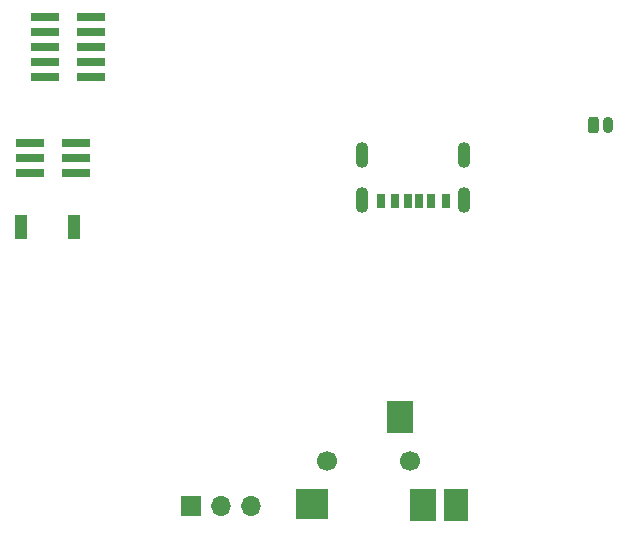
<source format=gbr>
%TF.GenerationSoftware,KiCad,Pcbnew,(5.1.8)-1*%
%TF.CreationDate,2021-03-06T05:42:10-08:00*%
%TF.ProjectId,audioboard,61756469-6f62-46f6-9172-642e6b696361,rev?*%
%TF.SameCoordinates,Original*%
%TF.FileFunction,Soldermask,Bot*%
%TF.FilePolarity,Negative*%
%FSLAX46Y46*%
G04 Gerber Fmt 4.6, Leading zero omitted, Abs format (unit mm)*
G04 Created by KiCad (PCBNEW (5.1.8)-1) date 2021-03-06 05:42:10*
%MOMM*%
%LPD*%
G01*
G04 APERTURE LIST*
%ADD10O,0.900000X1.400000*%
%ADD11R,1.050000X2.000000*%
%ADD12R,2.400000X0.740000*%
%ADD13C,1.700000*%
%ADD14R,2.200000X2.800000*%
%ADD15R,2.800000X2.600000*%
%ADD16R,2.000000X2.800000*%
%ADD17O,1.700000X1.700000*%
%ADD18R,1.700000X1.700000*%
%ADD19R,0.800000X1.200000*%
%ADD20R,0.760000X1.200000*%
%ADD21R,0.700000X1.200000*%
%ADD22O,1.100000X2.200000*%
G04 APERTURE END LIST*
D10*
%TO.C,J2*%
X113518000Y-75184000D03*
G36*
G01*
X111818000Y-75659000D02*
X111818000Y-74709000D01*
G75*
G02*
X112043000Y-74484000I225000J0D01*
G01*
X112493000Y-74484000D01*
G75*
G02*
X112718000Y-74709000I0J-225000D01*
G01*
X112718000Y-75659000D01*
G75*
G02*
X112493000Y-75884000I-225000J0D01*
G01*
X112043000Y-75884000D01*
G75*
G02*
X111818000Y-75659000I0J225000D01*
G01*
G37*
%TD*%
D11*
%TO.C,SW1*%
X63815000Y-83820000D03*
X68265000Y-83820000D03*
%TD*%
D12*
%TO.C,J6*%
X68498000Y-76708000D03*
X64598000Y-76708000D03*
X68498000Y-77978000D03*
X64598000Y-77978000D03*
X68498000Y-79248000D03*
X64598000Y-79248000D03*
%TD*%
%TO.C,J5*%
X69768000Y-66040000D03*
X65868000Y-66040000D03*
X69768000Y-67310000D03*
X65868000Y-67310000D03*
X69768000Y-68580000D03*
X65868000Y-68580000D03*
X69768000Y-69850000D03*
X65868000Y-69850000D03*
X69768000Y-71120000D03*
X65868000Y-71120000D03*
%TD*%
D13*
%TO.C,J4*%
X89722000Y-103632000D03*
X96722000Y-103632000D03*
D14*
X97822000Y-107332000D03*
X95922000Y-99932000D03*
D15*
X88422000Y-107232000D03*
D16*
X100622000Y-107332000D03*
%TD*%
D17*
%TO.C,J3*%
X83312000Y-107442000D03*
X80772000Y-107442000D03*
D18*
X78232000Y-107442000D03*
%TD*%
D19*
%TO.C,J1*%
X94278000Y-81614000D03*
X99778000Y-81614000D03*
D20*
X95508000Y-81614000D03*
X98548000Y-81614000D03*
D21*
X96528000Y-81614000D03*
X97528000Y-81614000D03*
D22*
X92708000Y-81534000D03*
X101348000Y-81534000D03*
X92708000Y-77734000D03*
X101348000Y-77734000D03*
%TD*%
M02*

</source>
